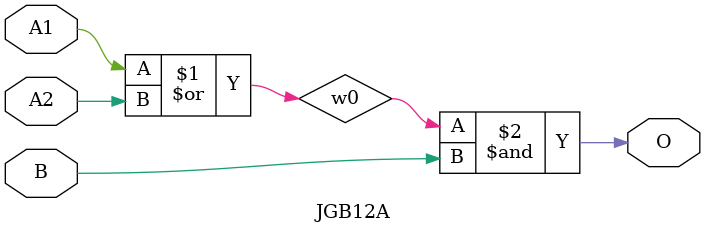
<source format=v>
module JGB12A(A1, A2, B, O);
input   A1;
input   A2;
input   B;
output  O;
or g0(w0, A1, A2);
and g1(O, w0, B);
endmodule
</source>
